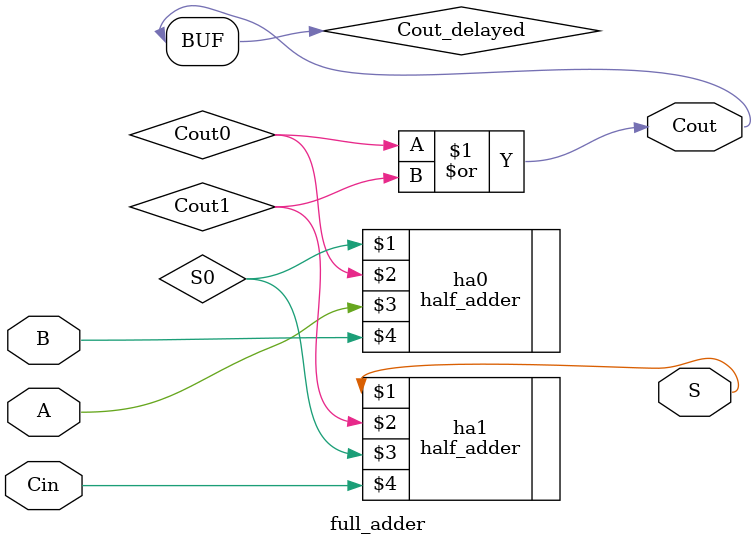
<source format=v>
`timescale 1ns / 1ps

module full_adder(
    output  S,
    output  Cout,
    input   A,
    input   B,
    input   Cin
    );

    wire    S0;
    wire    Cout0;
    wire    Cout1;
    wire #(2) Cout_delayed;
    assign Cout = Cout_delayed;
	 
    half_adder ha0(S0, Cout0, A, B);
    half_adder ha1(S, Cout1, S0, Cin);
    or (Cout_delayed, Cout0, Cout1);
endmodule

</source>
